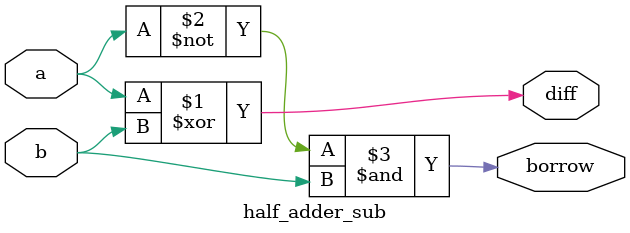
<source format=v>
module half_adder_sub (
    input  wire a, b,         // Inputs
    output wire diff, borrow  // Outputs
);

    // Logic equations
    assign diff   = a ^ b;     // XOR for difference
    assign borrow = ~a & b;    // Borrow when a < b

endmodule
</source>
